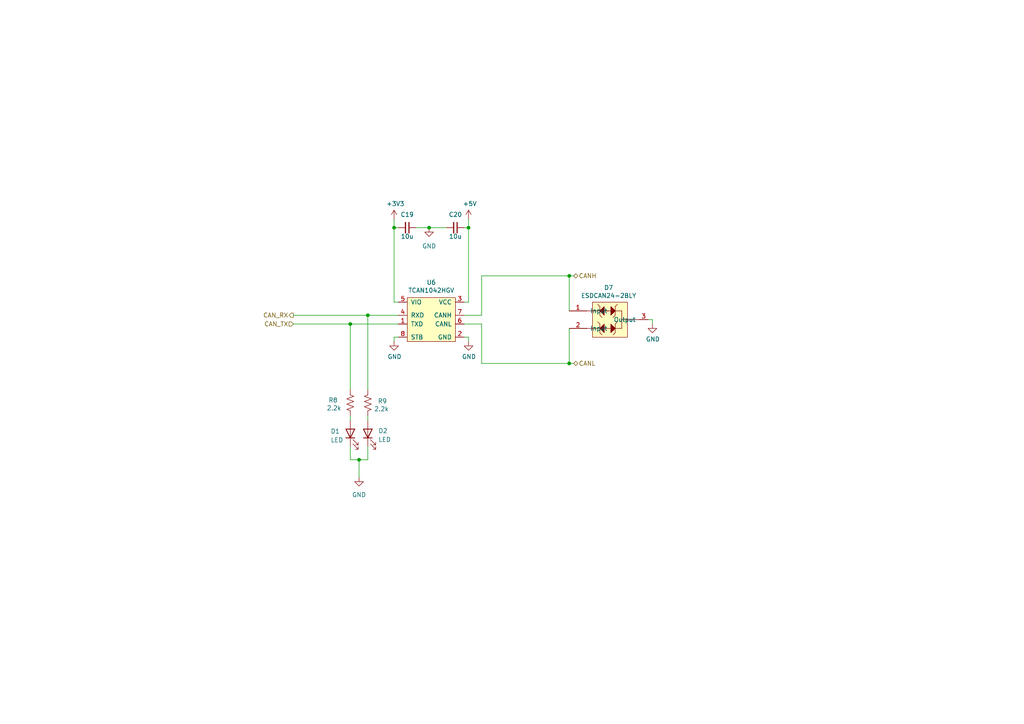
<source format=kicad_sch>
(kicad_sch (version 20250114) (generator "eeschema") (generator_version "9.0")
  (paper "A4")
  (title_block (title "CAN Transciever") (rev "v0.3") (company "Goat Fast Racing") (comment 1 "Designed By Liam Jennings"))
  (lib_symbols
    (symbol "Device:C_Small" (pin_numbers (hide yes)) (pin_names (offset 0.254) (hide yes))
      (property "Reference" "C" (at 0.254 1.778 0))
      (property "Value" "C_Small" (at 0.254 -2.032 0))
      (symbol "C_Small_0_1"
        (polyline (pts (xy -1.524 0.508) (xy 1.524 0.508)) (stroke (width 0.3048)))
        (polyline (pts (xy -1.524 -0.508) (xy 1.524 -0.508)) (stroke (width 0.3302)))
      )
      (symbol "C_Small_1_1"
        (pin passive line (at 0 2.54 270) (length 2.032) (name "~") (number "1"))
        (pin passive line (at 0 -2.54 90) (length 2.032) (name "~") (number "2"))
      )
    )
    (symbol "Device:LED" (pin_numbers (hide yes)) (pin_names (offset 1.016) (hide yes))
      (property "Reference" "D" (at 0 2.54 0))
      (property "Value" "LED" (at 0 -2.54 0))
      (symbol "LED_0_1"
        (polyline (pts (xy -3.048 -0.762) (xy -4.572 -2.286) (xy -3.81 -2.286) (xy -4.572 -2.286) (xy -4.572 -1.524)))
        (polyline (pts (xy -1.778 -0.762) (xy -3.302 -2.286) (xy -2.54 -2.286) (xy -3.302 -2.286) (xy -3.302 -1.524)))
        (polyline (pts (xy -1.27 0) (xy 1.27 0)))
        (polyline (pts (xy -1.27 -1.27) (xy -1.27 1.27)) (stroke (width 0.254)))
        (polyline (pts (xy 1.27 -1.27) (xy 1.27 1.27) (xy -1.27 0) (xy 1.27 -1.27)) (stroke (width 0.254)))
      )
      (symbol "LED_1_1"
        (pin passive line (at -3.81 0 0) (length 2.54) (name "K") (number "1"))
        (pin passive line (at 3.81 0 180) (length 2.54) (name "A") (number "2"))
      )
    )
    (symbol "Device:R_US" (pin_numbers (hide yes)) (pin_names (offset 0))
      (property "Reference" "R" (at 2.54 0 90))
      (property "Value" "R_US" (at -2.54 0 90))
      (symbol "R_US_0_1"
        (polyline (pts (xy 0 2.286) (xy 0 2.54)))
        (polyline (pts (xy 0 2.286) (xy 1.016 1.905) (xy 0 1.524) (xy -1.016 1.143) (xy 0 0.762)))
        (polyline (pts (xy 0 0.762) (xy 1.016 0.381) (xy 0 0) (xy -1.016 -0.381) (xy 0 -0.762)))
        (polyline (pts (xy 0 -0.762) (xy 1.016 -1.143) (xy 0 -1.524) (xy -1.016 -1.905) (xy 0 -2.286)))
        (polyline (pts (xy 0 -2.286) (xy 0 -2.54)))
      )
      (symbol "R_US_1_1"
        (pin passive line (at 0 3.81 270) (length 1.27) (name "~") (number "1"))
        (pin passive line (at 0 -3.81 90) (length 1.27) (name "~") (number "2"))
      )
    )
    (symbol "glv:CDSOT23-T24CAN" (pin_names (offset 1.016))
      (property "Reference" "D" (at -3.81 6.35 0))
      (property "Value" "CDSOT23-T24CAN" (at 0 -6.35 0))
      (symbol "CDSOT23-T24CAN_1_1"
        (rectangle (start -4.6736 5.08) (end 5.4356 -5.08) (fill (type background)))
        (polyline (pts (xy -2.54 3.81) (xy -3.175 4.445)))
        (polyline (pts (xy -2.54 3.81) (xy -2.54 1.27)))
        (polyline (pts (xy -2.54 2.54) (xy -1.905 3.175) (xy -1.905 1.905) (xy -2.54 2.54)) (fill (type outline)))
        (polyline (pts (xy -2.54 2.54) (xy -1.27 3.81) (xy -1.27 1.27) (xy -2.54 2.54)) (fill (type outline)))
        (polyline (pts (xy -2.54 1.27) (xy -1.905 0.635)))
        (polyline (pts (xy -2.54 -1.27) (xy -3.175 -0.635)))
        (polyline (pts (xy -2.54 -1.27) (xy -2.54 -3.81)))
        (polyline (pts (xy -2.54 -2.54) (xy -1.905 -1.905) (xy -1.905 -3.175) (xy -2.54 -2.54)) (fill (type outline)))
        (polyline (pts (xy -2.54 -2.54) (xy -1.27 -1.27) (xy -1.27 -3.81) (xy -2.54 -2.54)) (fill (type outline)))
        (polyline (pts (xy -2.54 -3.81) (xy -1.905 -4.445)))
        (polyline (pts (xy -1.27 2.54) (xy -6.35 2.54)))
        (polyline (pts (xy -1.27 -2.54) (xy -6.35 -2.54)))
        (polyline (pts (xy -0.635 2.54) (xy 1.27 2.54)))
        (polyline (pts (xy -0.635 -2.54) (xy -1.27 -2.54)))
        (polyline (pts (xy -0.635 -2.54) (xy 1.27 -2.54)))
        (polyline (pts (xy 0 2.54) (xy -1.27 2.54)))
        (polyline (pts (xy 1.27 3.175) (xy 1.27 1.905) (xy 1.905 2.54) (xy 1.27 3.175)) (fill (type outline)))
        (polyline (pts (xy 1.27 -2.54) (xy 3.81 -2.54)))
        (polyline (pts (xy 1.27 -2.54) (xy 1.27 -1.905) (xy 1.905 -2.54) (xy 1.27 -3.175) (xy 1.27 -2.54)) (fill (type outline)))
        (polyline (pts (xy 1.905 3.81) (xy 2.54 4.445)))
        (polyline (pts (xy 1.905 2.54) (xy 0.635 3.81) (xy 0.635 1.27) (xy 1.905 2.54)) (fill (type outline)))
        (polyline (pts (xy 1.905 1.27) (xy 1.27 0.635)))
        (polyline (pts (xy 1.905 1.27) (xy 1.905 3.81)))
        (polyline (pts (xy 1.905 -2.54) (xy 0.635 -1.27) (xy 0.635 -3.81) (xy 1.905 -2.54)) (fill (type outline)))
        (polyline (pts (xy 1.905 -3.81) (xy 1.27 -4.445)))
        (polyline (pts (xy 1.905 -3.81) (xy 1.905 -1.27) (xy 2.54 -0.635)))
        (polyline (pts (xy 2.54 -0.635) (xy 2.54 -0.635)))
        (polyline (pts (xy 3.81 2.54) (xy 1.27 2.54)))
        (polyline (pts (xy 3.81 0) (xy 3.81 2.54)))
        (polyline (pts (xy 3.81 0) (xy 3.81 -2.54)))
        (polyline (pts (xy 8.89 0) (xy 3.81 0)))
        (pin input line (at -11.43 2.54 0) (length 5.08) (name "Input") (number "1"))
        (pin input line (at -11.43 -2.54 0) (length 5.08) (name "Input") (number "2"))
        (pin output line (at 11.43 0 180) (length 2.54) (name "Output") (number "3"))
      )
    )
    (symbol "glv:TCAN1042HGV" (pin_names (offset 1.016))
      (property "Reference" "U" (at 6.35 -7.62 0))
      (property "Value" "TCAN1042HGV" (at 0 7.62 0))
      (property "Digi-Key_PN" "296-45017-5-ND" (at 0 10.16 0))
      (symbol "TCAN1042HGV_0_1"
        (rectangle (start -6.35 6.35) (end 7.62 -6.35) (fill (type background)))
      )
      (symbol "TCAN1042HGV_1_1"
        (pin power_in line (at -8.89 5.08 0) (length 2.54) (name "VIO") (number "5"))
        (pin output line (at -8.89 1.27 0) (length 2.54) (name "RXD") (number "4"))
        (pin input line (at -8.89 -1.27 0) (length 2.54) (name "TXD") (number "1"))
        (pin input line (at -8.89 -5.08 0) (length 2.54) (name "STB") (number "8"))
        (pin power_in line (at 10.16 5.08 180) (length 2.54) (name "VCC") (number "3"))
        (pin bidirectional line (at 10.16 1.27 180) (length 2.54) (name "CANH") (number "7"))
        (pin bidirectional line (at 10.16 -1.27 180) (length 2.54) (name "CANL") (number "6"))
        (pin power_in line (at 10.16 -5.08 180) (length 2.54) (name "GND") (number "2"))
      )
    )
    (symbol "power:+3V3" (power) (pin_names (offset 0))
      (property "Value" "+3V3" (at 0 3.556 0))
      (symbol "+3V3_0_1"
        (polyline (pts (xy -0.762 1.27) (xy 0 2.54)))
        (polyline (pts (xy 0 2.54) (xy 0.762 1.27)))
        (polyline (pts (xy 0 0) (xy 0 2.54)))
      )
      (symbol "+3V3_1_1"
        (pin power_in line (at 0 0 90) (length 0) (hide yes) (name "+3V3") (number "1"))
      )
    )
    (symbol "power:+5V" (power) (pin_names (offset 0))
      (property "Value" "+5V" (at 0 3.556 0))
      (symbol "+5V_0_1"
        (polyline (pts (xy -0.762 1.27) (xy 0 2.54)))
        (polyline (pts (xy 0 2.54) (xy 0.762 1.27)))
        (polyline (pts (xy 0 0) (xy 0 2.54)))
      )
      (symbol "+5V_1_1"
        (pin power_in line (at 0 0 90) (length 0) (hide yes) (name "+5V") (number "1"))
      )
    )
    (symbol "power:GND" (power) (pin_names (offset 0))
      (property "Value" "GND" (at 0 -3.81 0))
      (symbol "GND_0_1"
        (polyline (pts (xy 0 0) (xy 0 -1.27) (xy 1.27 -1.27) (xy 0 -2.54) (xy -1.27 -1.27) (xy 0 -1.27)))
      )
      (symbol "GND_1_1"
        (pin power_in line (at 0 0 270) (length 0) (hide yes) (name "GND") (number "1"))
      )
    )
  )
  (junction (at 106.68 91.44))
  (junction (at 104.14 133.35))
  (junction (at 165.1 80.01))
  (junction (at 124.46 66.04))
  (junction (at 114.3 66.04))
  (junction (at 135.89 66.04))
  (junction (at 101.6 93.98))
  (junction (at 165.1 105.41))
  (wire (pts (xy 104.14 133.35) (xy 106.68 133.35)))
  (wire (pts (xy 106.68 120.65) (xy 106.68 121.92)))
  (wire (pts (xy 135.89 66.04) (xy 135.89 63.5)))
  (wire (pts (xy 106.68 91.44) (xy 106.68 113.03)))
  (wire (pts (xy 139.7 80.01) (xy 139.7 91.44)))
  (wire (pts (xy 114.3 63.5) (xy 114.3 66.04)))
  (wire (pts (xy 106.68 91.44) (xy 115.57 91.44)))
  (wire (pts (xy 189.23 92.71) (xy 189.23 93.98)))
  (wire (pts (xy 134.62 66.04) (xy 135.89 66.04)))
  (wire (pts (xy 101.6 93.98) (xy 115.57 93.98)))
  (wire (pts (xy 166.37 80.01) (xy 165.1 80.01)))
  (wire (pts (xy 101.6 129.54) (xy 101.6 133.35)))
  (wire (pts (xy 114.3 99.06) (xy 114.3 97.79)))
  (wire (pts (xy 139.7 80.01) (xy 165.1 80.01)))
  (wire (pts (xy 85.09 93.98) (xy 101.6 93.98)))
  (wire (pts (xy 139.7 93.98) (xy 139.7 105.41)))
  (wire (pts (xy 166.37 105.41) (xy 165.1 105.41)))
  (wire (pts (xy 187.96 92.71) (xy 189.23 92.71)))
  (wire (pts (xy 106.68 129.54) (xy 106.68 133.35)))
  (wire (pts (xy 101.6 93.98) (xy 101.6 113.03)))
  (wire (pts (xy 101.6 120.65) (xy 101.6 121.92)))
  (wire (pts (xy 101.6 133.35) (xy 104.14 133.35)))
  (wire (pts (xy 139.7 93.98) (xy 134.62 93.98)))
  (wire (pts (xy 104.14 138.43) (xy 104.14 133.35)))
  (wire (pts (xy 165.1 95.25) (xy 165.1 105.41)))
  (wire (pts (xy 124.46 66.04) (xy 120.65 66.04)))
  (wire (pts (xy 129.54 66.04) (xy 124.46 66.04)))
  (wire (pts (xy 85.09 91.44) (xy 106.68 91.44)))
  (wire (pts (xy 134.62 97.79) (xy 135.89 97.79)))
  (wire (pts (xy 114.3 66.04) (xy 115.57 66.04)))
  (wire (pts (xy 114.3 66.04) (xy 114.3 87.63)))
  (wire (pts (xy 135.89 97.79) (xy 135.89 99.06)))
  (wire (pts (xy 134.62 91.44) (xy 139.7 91.44)))
  (wire (pts (xy 114.3 97.79) (xy 115.57 97.79)))
  (wire (pts (xy 114.3 87.63) (xy 115.57 87.63)))
  (wire (pts (xy 134.62 87.63) (xy 135.89 87.63)))
  (wire (pts (xy 165.1 80.01) (xy 165.1 90.17)))
  (wire (pts (xy 135.89 66.04) (xy 135.89 87.63)))
  (wire (pts (xy 165.1 105.41) (xy 139.7 105.41)))
  (hierarchical_label "CAN_RX" (shape output) (at 85.09 91.44 180))
  (hierarchical_label "CAN_TX" (shape input) (at 85.09 93.98 180))
  (hierarchical_label "CANH" (shape bidirectional) (at 166.37 80.01 0))
  (hierarchical_label "CANL" (shape bidirectional) (at 166.37 105.41 0))
  (symbol (lib_id "glv:CDSOT23-T24CAN") (at 176.53 92.71 0) (unit 1)
    (property "Reference" "D7" (at 176.53 83.439 0))
    (property "Value" "ESDCAN24-2BLY" (at 176.53 85.7504 0))
    (property "Footprint" "Package_TO_SOT_SMD:SOT-23-3" (effects (hide yes)))
    (property "Datasheet" "https://datasheet.lcsc.com/szlcsc/1809061820_STMicroelectronics-ESDCAN24-2BLY_C246766.pdf" (effects (hide yes)))
    (property "IPN" "PRO-000074-00" (effects (hide yes)))
  )
  (symbol (lib_id "power:GND") (at 114.3 99.06 0) (unit 1)
    (property "Reference" "#PWR041" (effects (hide yes)))
    (property "Value" "GND" (at 114.427 103.4542 0))
  )
  (symbol (lib_id "power:+3V3") (at 114.3 63.5 0) (unit 1)
    (property "Reference" "#PWR040" (effects (hide yes)))
    (property "Value" "+3V3" (at 114.681 59.1058 0))
  )
  (symbol (lib_id "Device:R_US") (at 106.68 116.84 0) (mirror y) (unit 1)
    (property "Reference" "R9" (at 112.268 116.332 0) (effects (justify left)))
    (property "Value" "2.2k" (at 112.776 118.618 0) (effects (justify left)))
    (property "Footprint" "Resistor_SMD:R_0402_1005Metric" (effects (hide yes)))
    (property "IPN" "RES-000088-00" (effects (hide yes)))
  )
  (symbol (lib_id "Device:R_US") (at 101.6 116.84 0) (unit 1)
    (property "Reference" "R8" (at 95.25 116.078 0) (effects (justify left)))
    (property "Value" "2.2k" (at 94.742 118.364 0) (effects (justify left)))
    (property "Footprint" "Resistor_SMD:R_0402_1005Metric" (effects (hide yes)))
    (property "IPN" "RES-000088-00" (effects (hide yes)))
  )
  (symbol (lib_id "glv:TCAN1042HGV") (at 124.46 92.71 0) (unit 1)
    (property "Reference" "U6" (at 125.095 81.915 0))
    (property "Value" "TCAN1042HGV" (at 125.095 84.2264 0))
    (property "Footprint" "Package_SO:SOIC-8_3.9x4.9mm_P1.27mm" (effects (hide yes)))
    (property "IPN" "ICS-000075-00" (effects (hide yes)))
  )
  (symbol (lib_id "Device:LED") (at 106.68 125.73 90) (unit 1)
    (property "Reference" "D2" (at 109.728 124.968 90) (effects (justify right)))
    (property "Value" "LED" (at 109.728 127.508 90) (effects (justify right)))
    (property "Footprint" "LED_SMD:LED_0402_1005Metric" (effects (hide yes)))
    (property "IPN" "DIO-000154-00" (effects (hide yes)))
  )
  (symbol (lib_id "Device:C_Small") (at 132.08 66.04 270) (unit 1)
    (property "Reference" "C20" (at 132.08 62.23 90))
    (property "Value" "10u" (at 132.08 68.58 90))
    (property "Footprint" "Capacitor_SMD:C_0402_1005Metric" (effects (hide yes)))
    (property "IPN" "CAP-000017-00" (effects (hide yes)))
  )
  (symbol (lib_id "Device:LED") (at 101.6 125.73 90) (unit 1)
    (property "Reference" "D1" (at 95.885 125.095 90) (effects (justify right)))
    (property "Value" "LED" (at 95.885 127.635 90) (effects (justify right)))
    (property "Footprint" "LED_SMD:LED_0402_1005Metric" (effects (hide yes)))
    (property "IPN" "DIO-000154-00" (effects (hide yes)))
  )
  (symbol (lib_id "Device:C_Small") (at 118.11 66.04 270) (unit 1)
    (property "Reference" "C19" (at 118.11 62.23 90))
    (property "Value" "10u" (at 118.11 68.58 90))
    (property "Footprint" "Capacitor_SMD:C_0402_1005Metric" (effects (hide yes)))
    (property "IPN" "CAP-000017-00" (effects (hide yes)))
  )
  (symbol (lib_id "power:GND") (at 124.46 66.04 0) (unit 1)
    (property "Reference" "#PWR042" (effects (hide yes)))
    (property "Value" "GND" (at 124.46 71.374 0))
  )
  (symbol (lib_id "power:GND") (at 189.23 93.98 0) (unit 1)
    (property "Reference" "#PWR045" (effects (hide yes)))
    (property "Value" "GND" (at 189.357 98.3742 0))
  )
  (symbol (lib_id "power:GND") (at 104.14 138.43 0) (mirror y) (unit 1)
    (property "Reference" "#PWR029" (effects (hide yes)))
    (property "Value" "GND" (at 104.14 143.51 0))
  )
  (symbol (lib_id "power:+5V") (at 135.89 63.5 0) (unit 1)
    (property "Reference" "#PWR043" (effects (hide yes)))
    (property "Value" "+5V" (at 136.271 59.1058 0))
  )
  (symbol (lib_id "power:GND") (at 135.89 99.06 0) (unit 1)
    (property "Reference" "#PWR044" (effects (hide yes)))
    (property "Value" "GND" (at 136.017 103.4542 0))
  )
)
</source>
